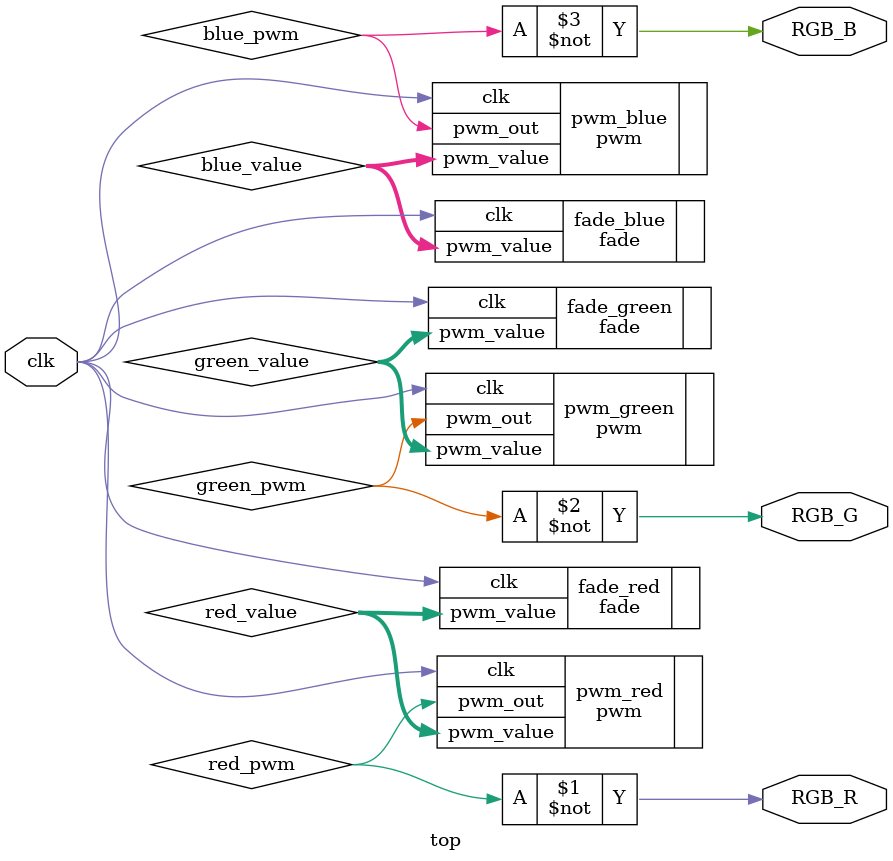
<source format=sv>
`include "fade.sv"
`include "pwm.sv"

module top #(   
    parameter PWM_INTERVAL = 600  
)(
    input  logic clk, 
    output logic RGB_R,
    output logic RGB_G,
    output logic RGB_B
);


    logic [$clog2(PWM_INTERVAL) - 1:0] red_value;
    logic [$clog2(PWM_INTERVAL) - 1:0] green_value;
    logic [$clog2(PWM_INTERVAL) - 1:0] blue_value;

    logic red_pwm;
    logic green_pwm;
    logic blue_pwm;

    // Red Fade
    fade #(
        .PWM_INTERVAL   (PWM_INTERVAL),
        .INITIAL_PWM    (600)
    ) fade_red (
        .clk            (clk), 
        .pwm_value      (red_value)
    );

    // Green Fade
    fade #(
        .PWM_INTERVAL   (PWM_INTERVAL),
        .INITIAL_PWM    (600 / 3)
    ) fade_green (
        .clk            (clk), 
        .pwm_value      (green_value)
    );

    // Blue Fade
    fade #(
        .PWM_INTERVAL   (PWM_INTERVAL),
        .INITIAL_PWM    (600  / 6)
    ) fade_blue (
        .clk            (clk), 
        .pwm_value      (blue_value)
    );

    // Red PWM
    pwm #(
        .PWM_INTERVAL (PWM_INTERVAL)
    ) pwm_red (
        .clk        (clk), 
        .pwm_value  (red_value), 
        .pwm_out    (red_pwm)
    );

    // Green PWM
    pwm #(
        .PWM_INTERVAL (PWM_INTERVAL)
    ) pwm_green (
        .clk        (clk), 
        .pwm_value  (green_value), 
        .pwm_out    (green_pwm)
    );

    // Blue PWM
    pwm #(
        .PWM_INTERVAL (PWM_INTERVAL)
    ) pwm_blue (
        .clk        (clk), 
        .pwm_value  (blue_value), 
        .pwm_out    (blue_pwm)
    );

    assign RGB_R = ~red_pwm;
    assign RGB_G = ~green_pwm;
    assign RGB_B = ~blue_pwm;

endmodule


</source>
